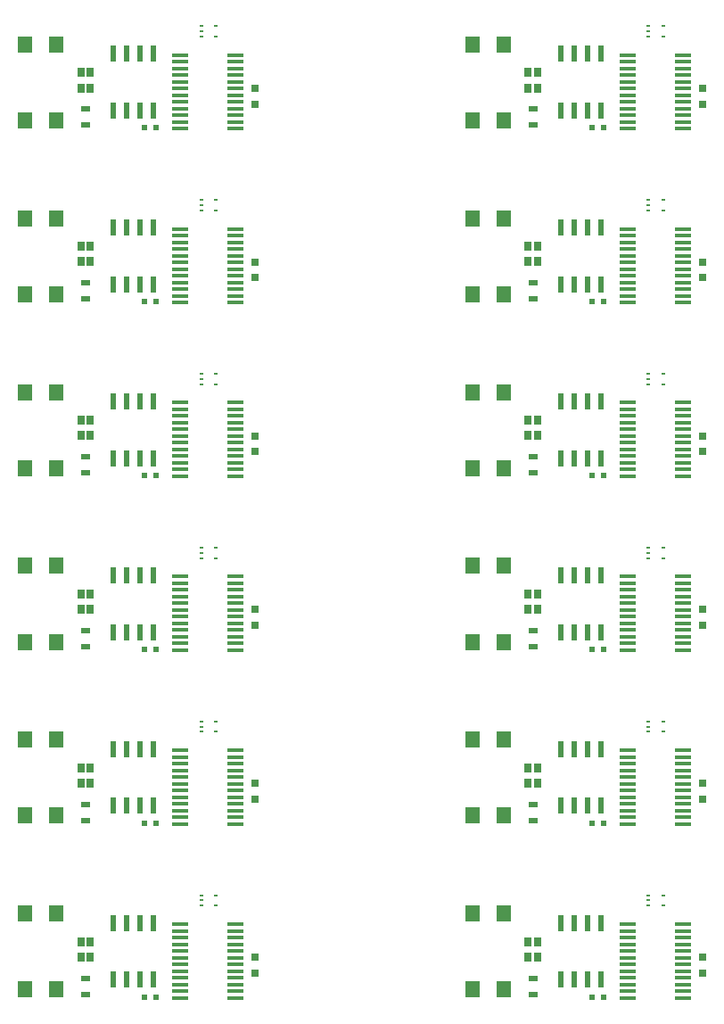
<source format=gtp>
%MOIN*%
%OFA0B0*%
%FSLAX46Y46*%
%IPPOS*%
%LPD*%
%ADD10C,0.0039370078740157488*%
%ADD11R,0.023385826771653545X0.019448818897637797*%
%ADD12R,0.029291338582677167X0.031259842519685041*%
%ADD13R,0.035196850393700789X0.019448818897637797*%
%ADD14R,0.017463779527559054X0.011563779527559055*%
%ADD15R,0.023385826771653545X0.060787401574803154*%
%ADD16R,0.058818897637795277X0.013543307086614173*%
%ADD17R,0.054881889763779529X0.062755905511811025*%
%ADD18R,0.025354330708661419X0.033228346456692912*%
%ADD29C,0.0039370078740157488*%
%ADD30R,0.023385826771653545X0.019448818897637797*%
%ADD31R,0.029291338582677167X0.031259842519685041*%
%ADD32R,0.035196850393700789X0.019448818897637797*%
%ADD33R,0.017463779527559054X0.011563779527559055*%
%ADD34R,0.023385826771653545X0.060787401574803154*%
%ADD35R,0.058818897637795277X0.013543307086614173*%
%ADD36R,0.054881889763779529X0.062755905511811025*%
%ADD37R,0.025354330708661419X0.033228346456692912*%
%ADD38C,0.0039370078740157488*%
%ADD39R,0.023385826771653545X0.019448818897637797*%
%ADD40R,0.029291338582677167X0.031259842519685041*%
%ADD41R,0.035196850393700789X0.019448818897637797*%
%ADD42R,0.017463779527559054X0.011563779527559055*%
%ADD43R,0.023385826771653545X0.060787401574803154*%
%ADD44R,0.058818897637795277X0.013543307086614173*%
%ADD45R,0.054881889763779529X0.062755905511811025*%
%ADD46R,0.025354330708661419X0.033228346456692912*%
%ADD47C,0.0039370078740157488*%
%ADD48R,0.023385826771653545X0.019448818897637797*%
%ADD49R,0.029291338582677167X0.031259842519685041*%
%ADD50R,0.035196850393700789X0.019448818897637797*%
%ADD51R,0.017463779527559054X0.011563779527559055*%
%ADD52R,0.023385826771653545X0.060787401574803154*%
%ADD53R,0.058818897637795277X0.013543307086614173*%
%ADD54R,0.054881889763779529X0.062755905511811025*%
%ADD55R,0.025354330708661419X0.033228346456692912*%
%ADD56C,0.0039370078740157488*%
%ADD57R,0.023385826771653545X0.019448818897637797*%
%ADD58R,0.029291338582677167X0.031259842519685041*%
%ADD59R,0.035196850393700789X0.019448818897637797*%
%ADD60R,0.017463779527559054X0.011563779527559055*%
%ADD61R,0.023385826771653545X0.060787401574803154*%
%ADD62R,0.058818897637795277X0.013543307086614173*%
%ADD63R,0.054881889763779529X0.062755905511811025*%
%ADD64R,0.025354330708661419X0.033228346456692912*%
%ADD65C,0.0039370078740157488*%
%ADD66R,0.023385826771653545X0.019448818897637797*%
%ADD67R,0.029291338582677167X0.031259842519685041*%
%ADD68R,0.035196850393700789X0.019448818897637797*%
%ADD69R,0.017463779527559054X0.011563779527559055*%
%ADD70R,0.023385826771653545X0.060787401574803154*%
%ADD71R,0.058818897637795277X0.013543307086614173*%
%ADD72R,0.054881889763779529X0.062755905511811025*%
%ADD73R,0.025354330708661419X0.033228346456692912*%
%ADD74C,0.0039370078740157488*%
%ADD75R,0.023385826771653545X0.019448818897637797*%
%ADD76R,0.029291338582677167X0.031259842519685041*%
%ADD77R,0.035196850393700789X0.019448818897637797*%
%ADD78R,0.017463779527559054X0.011563779527559055*%
%ADD79R,0.023385826771653545X0.060787401574803154*%
%ADD80R,0.058818897637795277X0.013543307086614173*%
%ADD81R,0.054881889763779529X0.062755905511811025*%
%ADD82R,0.025354330708661419X0.033228346456692912*%
%ADD83C,0.0039370078740157488*%
%ADD84R,0.023385826771653545X0.019448818897637797*%
%ADD85R,0.029291338582677167X0.031259842519685041*%
%ADD86R,0.035196850393700789X0.019448818897637797*%
%ADD87R,0.017463779527559054X0.011563779527559055*%
%ADD88R,0.023385826771653545X0.060787401574803154*%
%ADD89R,0.058818897637795277X0.013543307086614173*%
%ADD90R,0.054881889763779529X0.062755905511811025*%
%ADD91R,0.025354330708661419X0.033228346456692912*%
%ADD92C,0.0039370078740157488*%
%ADD93R,0.023385826771653545X0.019448818897637797*%
%ADD94R,0.029291338582677167X0.031259842519685041*%
%ADD95R,0.035196850393700789X0.019448818897637797*%
%ADD96R,0.017463779527559054X0.011563779527559055*%
%ADD97R,0.023385826771653545X0.060787401574803154*%
%ADD98R,0.058818897637795277X0.013543307086614173*%
%ADD99R,0.054881889763779529X0.062755905511811025*%
%ADD100R,0.025354330708661419X0.033228346456692912*%
%ADD101C,0.0039370078740157488*%
%ADD102R,0.023385826771653545X0.019448818897637797*%
%ADD103R,0.029291338582677167X0.031259842519685041*%
%ADD104R,0.035196850393700789X0.019448818897637797*%
%ADD105R,0.017463779527559054X0.011563779527559055*%
%ADD106R,0.023385826771653545X0.060787401574803154*%
%ADD107R,0.058818897637795277X0.013543307086614173*%
%ADD108R,0.054881889763779529X0.062755905511811025*%
%ADD109R,0.025354330708661419X0.033228346456692912*%
%ADD110C,0.0039370078740157488*%
%ADD111R,0.023385826771653545X0.019448818897637797*%
%ADD112R,0.029291338582677167X0.031259842519685041*%
%ADD113R,0.035196850393700789X0.019448818897637797*%
%ADD114R,0.017463779527559054X0.011563779527559055*%
%ADD115R,0.023385826771653545X0.060787401574803154*%
%ADD116R,0.058818897637795277X0.013543307086614173*%
%ADD117R,0.054881889763779529X0.062755905511811025*%
%ADD118R,0.025354330708661419X0.033228346456692912*%
%ADD119C,0.0039370078740157488*%
%ADD120R,0.023385826771653545X0.019448818897637797*%
%ADD121R,0.029291338582677167X0.031259842519685041*%
%ADD122R,0.035196850393700789X0.019448818897637797*%
%ADD123R,0.017463779527559054X0.011563779527559055*%
%ADD124R,0.023385826771653545X0.060787401574803154*%
%ADD125R,0.058818897637795277X0.013543307086614173*%
%ADD126R,0.054881889763779529X0.062755905511811025*%
%ADD127R,0.025354330708661419X0.033228346456692912*%
G01G01*
D10*
D11*
X-0001387795Y0001712598D02*
X0000769685Y0000108267D03*
X0000726377Y0000108267D03*
D12*
X0001141732Y0000196850D03*
X0001141732Y0000255905D03*
D13*
X0000507873Y0000118110D03*
X0000507873Y0000177165D03*
D14*
X0000938935Y0000488203D03*
X0000938935Y0000448803D03*
X0000994135Y0000488203D03*
X0000938935Y0000468503D03*
X0000994135Y0000448803D03*
D15*
X0000762007Y0000384842D03*
X0000712007Y0000384842D03*
X0000662007Y0000384842D03*
X0000612007Y0000384842D03*
X0000612007Y0000172244D03*
X0000662007Y0000172244D03*
X0000712007Y0000172244D03*
X0000762007Y0000172244D03*
D16*
X0001066929Y0000104625D03*
X0001066929Y0000129625D03*
X0001066929Y0000154625D03*
X0001066929Y0000179625D03*
X0001066929Y0000204625D03*
X0001066929Y0000229625D03*
X0001066929Y0000254625D03*
X0001066929Y0000279625D03*
X0001066929Y0000304625D03*
X0001066929Y0000329625D03*
X0001066929Y0000354625D03*
X0001066929Y0000379625D03*
X0000862204Y0000379625D03*
X0000862204Y0000354625D03*
X0000862204Y0000329625D03*
X0000862204Y0000304625D03*
X0000862204Y0000279625D03*
X0000862204Y0000254625D03*
X0000862204Y0000229625D03*
X0000862204Y0000204625D03*
X0000862204Y0000179625D03*
X0000862204Y0000154625D03*
X0000862204Y0000129625D03*
X0000862204Y0000104625D03*
D17*
X0000279133Y0000135826D03*
X0000279133Y0000419291D03*
X0000397244Y0000419291D03*
X0000397244Y0000135826D03*
D18*
X0000488976Y0000313779D03*
X0000522440Y0000313779D03*
X0000522440Y0000256692D03*
X0000488976Y0000256692D03*
G04 next file*
G04 #@! TF.FileFunction,Paste,Top*
G04 Gerber Fmt 4.6, Leading zero omitted, Abs format (unit mm)*
G04 Created by KiCad (PCBNEW 4.0.6) date 2017 June 28, Wednesday 04:06:12*
G01G01*
G04 APERTURE LIST*
G04 APERTURE END LIST*
D29*
D30*
X0000285433Y0001712598D02*
X0002442913Y0000108267D03*
X0002399606Y0000108267D03*
D31*
X0002814960Y0000196850D03*
X0002814960Y0000255905D03*
D32*
X0002181102Y0000118110D03*
X0002181102Y0000177165D03*
D33*
X0002612163Y0000488203D03*
X0002612163Y0000448803D03*
X0002667363Y0000488203D03*
X0002612163Y0000468503D03*
X0002667363Y0000448803D03*
D34*
X0002435236Y0000384842D03*
X0002385236Y0000384842D03*
X0002335236Y0000384842D03*
X0002285236Y0000384842D03*
X0002285236Y0000172244D03*
X0002335236Y0000172244D03*
X0002385236Y0000172244D03*
X0002435236Y0000172244D03*
D35*
X0002740157Y0000104625D03*
X0002740157Y0000129625D03*
X0002740157Y0000154625D03*
X0002740157Y0000179625D03*
X0002740157Y0000204625D03*
X0002740157Y0000229625D03*
X0002740157Y0000254625D03*
X0002740157Y0000279625D03*
X0002740157Y0000304625D03*
X0002740157Y0000329625D03*
X0002740157Y0000354625D03*
X0002740157Y0000379625D03*
X0002535433Y0000379625D03*
X0002535433Y0000354625D03*
X0002535433Y0000329625D03*
X0002535433Y0000304625D03*
X0002535433Y0000279625D03*
X0002535433Y0000254625D03*
X0002535433Y0000229625D03*
X0002535433Y0000204625D03*
X0002535433Y0000179625D03*
X0002535433Y0000154625D03*
X0002535433Y0000129625D03*
X0002535433Y0000104625D03*
D36*
X0001952362Y0000135826D03*
X0001952362Y0000419291D03*
X0002070472Y0000419291D03*
X0002070472Y0000135826D03*
D37*
X0002162204Y0000313779D03*
X0002195669Y0000313779D03*
X0002195669Y0000256692D03*
X0002162204Y0000256692D03*
G04 next file*
G04 #@! TF.FileFunction,Paste,Top*
G04 Gerber Fmt 4.6, Leading zero omitted, Abs format (unit mm)*
G04 Created by KiCad (PCBNEW 4.0.6) date 2017 June 28, Wednesday 04:06:12*
G01G01*
G04 APERTURE LIST*
G04 APERTURE END LIST*
D38*
D39*
X-0001387795Y0002362204D02*
X0000769685Y0000757874D03*
X0000726377Y0000757874D03*
D40*
X0001141732Y0000846456D03*
X0001141732Y0000905511D03*
D41*
X0000507873Y0000767716D03*
X0000507873Y0000826771D03*
D42*
X0000938935Y0001137810D03*
X0000938935Y0001098410D03*
X0000994135Y0001137810D03*
X0000938935Y0001118110D03*
X0000994135Y0001098410D03*
D43*
X0000762007Y0001034448D03*
X0000712007Y0001034448D03*
X0000662007Y0001034448D03*
X0000612007Y0001034448D03*
X0000612007Y0000821850D03*
X0000662007Y0000821850D03*
X0000712007Y0000821850D03*
X0000762007Y0000821850D03*
D44*
X0001066929Y0000754232D03*
X0001066929Y0000779232D03*
X0001066929Y0000804232D03*
X0001066929Y0000829232D03*
X0001066929Y0000854232D03*
X0001066929Y0000879232D03*
X0001066929Y0000904232D03*
X0001066929Y0000929232D03*
X0001066929Y0000954232D03*
X0001066929Y0000979232D03*
X0001066929Y0001004232D03*
X0001066929Y0001029232D03*
X0000862204Y0001029232D03*
X0000862204Y0001004232D03*
X0000862204Y0000979232D03*
X0000862204Y0000954232D03*
X0000862204Y0000929232D03*
X0000862204Y0000904232D03*
X0000862204Y0000879232D03*
X0000862204Y0000854232D03*
X0000862204Y0000829232D03*
X0000862204Y0000804232D03*
X0000862204Y0000779232D03*
X0000862204Y0000754232D03*
D45*
X0000279133Y0000785433D03*
X0000279133Y0001068897D03*
X0000397244Y0001068897D03*
X0000397244Y0000785433D03*
D46*
X0000488976Y0000963385D03*
X0000522440Y0000963385D03*
X0000522440Y0000906299D03*
X0000488976Y0000906299D03*
G04 next file*
G04 #@! TF.FileFunction,Paste,Top*
G04 Gerber Fmt 4.6, Leading zero omitted, Abs format (unit mm)*
G04 Created by KiCad (PCBNEW 4.0.6) date 2017 June 28, Wednesday 04:06:12*
G01G01*
G04 APERTURE LIST*
G04 APERTURE END LIST*
D47*
D48*
X0000285433Y0002362204D02*
X0002442913Y0000757874D03*
X0002399606Y0000757874D03*
D49*
X0002814960Y0000846456D03*
X0002814960Y0000905511D03*
D50*
X0002181102Y0000767716D03*
X0002181102Y0000826771D03*
D51*
X0002612163Y0001137810D03*
X0002612163Y0001098410D03*
X0002667363Y0001137810D03*
X0002612163Y0001118110D03*
X0002667363Y0001098410D03*
D52*
X0002435236Y0001034448D03*
X0002385236Y0001034448D03*
X0002335236Y0001034448D03*
X0002285236Y0001034448D03*
X0002285236Y0000821850D03*
X0002335236Y0000821850D03*
X0002385236Y0000821850D03*
X0002435236Y0000821850D03*
D53*
X0002740157Y0000754232D03*
X0002740157Y0000779232D03*
X0002740157Y0000804232D03*
X0002740157Y0000829232D03*
X0002740157Y0000854232D03*
X0002740157Y0000879232D03*
X0002740157Y0000904232D03*
X0002740157Y0000929232D03*
X0002740157Y0000954232D03*
X0002740157Y0000979232D03*
X0002740157Y0001004232D03*
X0002740157Y0001029232D03*
X0002535433Y0001029232D03*
X0002535433Y0001004232D03*
X0002535433Y0000979232D03*
X0002535433Y0000954232D03*
X0002535433Y0000929232D03*
X0002535433Y0000904232D03*
X0002535433Y0000879232D03*
X0002535433Y0000854232D03*
X0002535433Y0000829232D03*
X0002535433Y0000804232D03*
X0002535433Y0000779232D03*
X0002535433Y0000754232D03*
D54*
X0001952362Y0000785433D03*
X0001952362Y0001068897D03*
X0002070472Y0001068897D03*
X0002070472Y0000785433D03*
D55*
X0002162204Y0000963385D03*
X0002195669Y0000963385D03*
X0002195669Y0000906299D03*
X0002162204Y0000906299D03*
G04 next file*
G04 #@! TF.FileFunction,Paste,Top*
G04 Gerber Fmt 4.6, Leading zero omitted, Abs format (unit mm)*
G04 Created by KiCad (PCBNEW 4.0.6) date 2017 June 28, Wednesday 04:06:12*
G01G01*
G04 APERTURE LIST*
G04 APERTURE END LIST*
D56*
D57*
X-0001387795Y0003011811D02*
X0000769685Y0001407480D03*
X0000726377Y0001407480D03*
D58*
X0001141732Y0001496062D03*
X0001141732Y0001555118D03*
D59*
X0000507873Y0001417322D03*
X0000507873Y0001476377D03*
D60*
X0000938935Y0001787416D03*
X0000938935Y0001748016D03*
X0000994135Y0001787416D03*
X0000938935Y0001767716D03*
X0000994135Y0001748016D03*
D61*
X0000762007Y0001684055D03*
X0000712007Y0001684055D03*
X0000662007Y0001684055D03*
X0000612007Y0001684055D03*
X0000612007Y0001471456D03*
X0000662007Y0001471456D03*
X0000712007Y0001471456D03*
X0000762007Y0001471456D03*
D62*
X0001066929Y0001403838D03*
X0001066929Y0001428838D03*
X0001066929Y0001453838D03*
X0001066929Y0001478838D03*
X0001066929Y0001503838D03*
X0001066929Y0001528838D03*
X0001066929Y0001553838D03*
X0001066929Y0001578838D03*
X0001066929Y0001603838D03*
X0001066929Y0001628838D03*
X0001066929Y0001653838D03*
X0001066929Y0001678838D03*
X0000862204Y0001678838D03*
X0000862204Y0001653838D03*
X0000862204Y0001628838D03*
X0000862204Y0001603838D03*
X0000862204Y0001578838D03*
X0000862204Y0001553838D03*
X0000862204Y0001528838D03*
X0000862204Y0001503838D03*
X0000862204Y0001478838D03*
X0000862204Y0001453838D03*
X0000862204Y0001428838D03*
X0000862204Y0001403838D03*
D63*
X0000279133Y0001435039D03*
X0000279133Y0001718503D03*
X0000397244Y0001718503D03*
X0000397244Y0001435039D03*
D64*
X0000488976Y0001612992D03*
X0000522440Y0001612992D03*
X0000522440Y0001555905D03*
X0000488976Y0001555905D03*
G04 next file*
G04 #@! TF.FileFunction,Paste,Top*
G04 Gerber Fmt 4.6, Leading zero omitted, Abs format (unit mm)*
G04 Created by KiCad (PCBNEW 4.0.6) date 2017 June 28, Wednesday 04:06:12*
G01G01*
G04 APERTURE LIST*
G04 APERTURE END LIST*
D65*
D66*
X-0001387795Y0003661417D02*
X0000769685Y0002057086D03*
X0000726377Y0002057086D03*
D67*
X0001141732Y0002145669D03*
X0001141732Y0002204724D03*
D68*
X0000507873Y0002066929D03*
X0000507873Y0002125984D03*
D69*
X0000938935Y0002437022D03*
X0000938935Y0002397622D03*
X0000994135Y0002437022D03*
X0000938935Y0002417322D03*
X0000994135Y0002397622D03*
D70*
X0000762007Y0002333661D03*
X0000712007Y0002333661D03*
X0000662007Y0002333661D03*
X0000612007Y0002333661D03*
X0000612007Y0002121062D03*
X0000662007Y0002121062D03*
X0000712007Y0002121062D03*
X0000762007Y0002121062D03*
D71*
X0001066929Y0002053444D03*
X0001066929Y0002078444D03*
X0001066929Y0002103444D03*
X0001066929Y0002128444D03*
X0001066929Y0002153444D03*
X0001066929Y0002178444D03*
X0001066929Y0002203444D03*
X0001066929Y0002228444D03*
X0001066929Y0002253444D03*
X0001066929Y0002278444D03*
X0001066929Y0002303444D03*
X0001066929Y0002328444D03*
X0000862204Y0002328444D03*
X0000862204Y0002303444D03*
X0000862204Y0002278444D03*
X0000862204Y0002253444D03*
X0000862204Y0002228444D03*
X0000862204Y0002203444D03*
X0000862204Y0002178444D03*
X0000862204Y0002153444D03*
X0000862204Y0002128444D03*
X0000862204Y0002103444D03*
X0000862204Y0002078444D03*
X0000862204Y0002053444D03*
D72*
X0000279133Y0002084645D03*
X0000279133Y0002368110D03*
X0000397244Y0002368110D03*
X0000397244Y0002084645D03*
D73*
X0000488976Y0002262598D03*
X0000522440Y0002262598D03*
X0000522440Y0002205511D03*
X0000488976Y0002205511D03*
G04 next file*
G04 #@! TF.FileFunction,Paste,Top*
G04 Gerber Fmt 4.6, Leading zero omitted, Abs format (unit mm)*
G04 Created by KiCad (PCBNEW 4.0.6) date 2017 June 28, Wednesday 04:06:12*
G01G01*
G04 APERTURE LIST*
G04 APERTURE END LIST*
D74*
D75*
X-0001387795Y0004311023D02*
X0000769685Y0002706692D03*
X0000726377Y0002706692D03*
D76*
X0001141732Y0002795275D03*
X0001141732Y0002854330D03*
D77*
X0000507873Y0002716535D03*
X0000507873Y0002775590D03*
D78*
X0000938935Y0003086629D03*
X0000938935Y0003047229D03*
X0000994135Y0003086629D03*
X0000938935Y0003066929D03*
X0000994135Y0003047229D03*
D79*
X0000762007Y0002983267D03*
X0000712007Y0002983267D03*
X0000662007Y0002983267D03*
X0000612007Y0002983267D03*
X0000612007Y0002770669D03*
X0000662007Y0002770669D03*
X0000712007Y0002770669D03*
X0000762007Y0002770669D03*
D80*
X0001066929Y0002703051D03*
X0001066929Y0002728051D03*
X0001066929Y0002753051D03*
X0001066929Y0002778051D03*
X0001066929Y0002803051D03*
X0001066929Y0002828051D03*
X0001066929Y0002853051D03*
X0001066929Y0002878051D03*
X0001066929Y0002903051D03*
X0001066929Y0002928051D03*
X0001066929Y0002953051D03*
X0001066929Y0002978051D03*
X0000862204Y0002978051D03*
X0000862204Y0002953051D03*
X0000862204Y0002928051D03*
X0000862204Y0002903051D03*
X0000862204Y0002878051D03*
X0000862204Y0002853051D03*
X0000862204Y0002828051D03*
X0000862204Y0002803051D03*
X0000862204Y0002778051D03*
X0000862204Y0002753051D03*
X0000862204Y0002728051D03*
X0000862204Y0002703051D03*
D81*
X0000279133Y0002734251D03*
X0000279133Y0003017716D03*
X0000397244Y0003017716D03*
X0000397244Y0002734251D03*
D82*
X0000488976Y0002912204D03*
X0000522440Y0002912204D03*
X0000522440Y0002855118D03*
X0000488976Y0002855118D03*
G04 next file*
G04 #@! TF.FileFunction,Paste,Top*
G04 Gerber Fmt 4.6, Leading zero omitted, Abs format (unit mm)*
G04 Created by KiCad (PCBNEW 4.0.6) date 2017 June 28, Wednesday 04:06:12*
G01G01*
G04 APERTURE LIST*
G04 APERTURE END LIST*
D83*
D84*
X-0001387795Y0004960629D02*
X0000769685Y0003356299D03*
X0000726377Y0003356299D03*
D85*
X0001141732Y0003444881D03*
X0001141732Y0003503937D03*
D86*
X0000507873Y0003366141D03*
X0000507873Y0003425196D03*
D87*
X0000938935Y0003736235D03*
X0000938935Y0003696835D03*
X0000994135Y0003736235D03*
X0000938935Y0003716535D03*
X0000994135Y0003696835D03*
D88*
X0000762007Y0003632874D03*
X0000712007Y0003632874D03*
X0000662007Y0003632874D03*
X0000612007Y0003632874D03*
X0000612007Y0003420275D03*
X0000662007Y0003420275D03*
X0000712007Y0003420275D03*
X0000762007Y0003420275D03*
D89*
X0001066929Y0003352657D03*
X0001066929Y0003377657D03*
X0001066929Y0003402657D03*
X0001066929Y0003427657D03*
X0001066929Y0003452657D03*
X0001066929Y0003477657D03*
X0001066929Y0003502657D03*
X0001066929Y0003527657D03*
X0001066929Y0003552657D03*
X0001066929Y0003577657D03*
X0001066929Y0003602657D03*
X0001066929Y0003627657D03*
X0000862204Y0003627657D03*
X0000862204Y0003602657D03*
X0000862204Y0003577657D03*
X0000862204Y0003552657D03*
X0000862204Y0003527657D03*
X0000862204Y0003502657D03*
X0000862204Y0003477657D03*
X0000862204Y0003452657D03*
X0000862204Y0003427657D03*
X0000862204Y0003402657D03*
X0000862204Y0003377657D03*
X0000862204Y0003352657D03*
D90*
X0000279133Y0003383858D03*
X0000279133Y0003667322D03*
X0000397244Y0003667322D03*
X0000397244Y0003383858D03*
D91*
X0000488976Y0003561811D03*
X0000522440Y0003561811D03*
X0000522440Y0003504724D03*
X0000488976Y0003504724D03*
G04 next file*
G04 #@! TF.FileFunction,Paste,Top*
G04 Gerber Fmt 4.6, Leading zero omitted, Abs format (unit mm)*
G04 Created by KiCad (PCBNEW 4.0.6) date 2017 June 28, Wednesday 04:06:12*
G01G01*
G04 APERTURE LIST*
G04 APERTURE END LIST*
D92*
D93*
X0000285433Y0003011811D02*
X0002442913Y0001407480D03*
X0002399606Y0001407480D03*
D94*
X0002814960Y0001496062D03*
X0002814960Y0001555118D03*
D95*
X0002181102Y0001417322D03*
X0002181102Y0001476377D03*
D96*
X0002612163Y0001787416D03*
X0002612163Y0001748016D03*
X0002667363Y0001787416D03*
X0002612163Y0001767716D03*
X0002667363Y0001748016D03*
D97*
X0002435236Y0001684055D03*
X0002385236Y0001684055D03*
X0002335236Y0001684055D03*
X0002285236Y0001684055D03*
X0002285236Y0001471456D03*
X0002335236Y0001471456D03*
X0002385236Y0001471456D03*
X0002435236Y0001471456D03*
D98*
X0002740157Y0001403838D03*
X0002740157Y0001428838D03*
X0002740157Y0001453838D03*
X0002740157Y0001478838D03*
X0002740157Y0001503838D03*
X0002740157Y0001528838D03*
X0002740157Y0001553838D03*
X0002740157Y0001578838D03*
X0002740157Y0001603838D03*
X0002740157Y0001628838D03*
X0002740157Y0001653838D03*
X0002740157Y0001678838D03*
X0002535433Y0001678838D03*
X0002535433Y0001653838D03*
X0002535433Y0001628838D03*
X0002535433Y0001603838D03*
X0002535433Y0001578838D03*
X0002535433Y0001553838D03*
X0002535433Y0001528838D03*
X0002535433Y0001503838D03*
X0002535433Y0001478838D03*
X0002535433Y0001453838D03*
X0002535433Y0001428838D03*
X0002535433Y0001403838D03*
D99*
X0001952362Y0001435039D03*
X0001952362Y0001718503D03*
X0002070472Y0001718503D03*
X0002070472Y0001435039D03*
D100*
X0002162204Y0001612992D03*
X0002195669Y0001612992D03*
X0002195669Y0001555905D03*
X0002162204Y0001555905D03*
G04 next file*
G04 #@! TF.FileFunction,Paste,Top*
G04 Gerber Fmt 4.6, Leading zero omitted, Abs format (unit mm)*
G04 Created by KiCad (PCBNEW 4.0.6) date 2017 June 28, Wednesday 04:06:12*
G01G01*
G04 APERTURE LIST*
G04 APERTURE END LIST*
D101*
D102*
X0000285433Y0003661417D02*
X0002442913Y0002057086D03*
X0002399606Y0002057086D03*
D103*
X0002814960Y0002145669D03*
X0002814960Y0002204724D03*
D104*
X0002181102Y0002066929D03*
X0002181102Y0002125984D03*
D105*
X0002612163Y0002437022D03*
X0002612163Y0002397622D03*
X0002667363Y0002437022D03*
X0002612163Y0002417322D03*
X0002667363Y0002397622D03*
D106*
X0002435236Y0002333661D03*
X0002385236Y0002333661D03*
X0002335236Y0002333661D03*
X0002285236Y0002333661D03*
X0002285236Y0002121062D03*
X0002335236Y0002121062D03*
X0002385236Y0002121062D03*
X0002435236Y0002121062D03*
D107*
X0002740157Y0002053444D03*
X0002740157Y0002078444D03*
X0002740157Y0002103444D03*
X0002740157Y0002128444D03*
X0002740157Y0002153444D03*
X0002740157Y0002178444D03*
X0002740157Y0002203444D03*
X0002740157Y0002228444D03*
X0002740157Y0002253444D03*
X0002740157Y0002278444D03*
X0002740157Y0002303444D03*
X0002740157Y0002328444D03*
X0002535433Y0002328444D03*
X0002535433Y0002303444D03*
X0002535433Y0002278444D03*
X0002535433Y0002253444D03*
X0002535433Y0002228444D03*
X0002535433Y0002203444D03*
X0002535433Y0002178444D03*
X0002535433Y0002153444D03*
X0002535433Y0002128444D03*
X0002535433Y0002103444D03*
X0002535433Y0002078444D03*
X0002535433Y0002053444D03*
D108*
X0001952362Y0002084645D03*
X0001952362Y0002368110D03*
X0002070472Y0002368110D03*
X0002070472Y0002084645D03*
D109*
X0002162204Y0002262598D03*
X0002195669Y0002262598D03*
X0002195669Y0002205511D03*
X0002162204Y0002205511D03*
G04 next file*
G04 #@! TF.FileFunction,Paste,Top*
G04 Gerber Fmt 4.6, Leading zero omitted, Abs format (unit mm)*
G04 Created by KiCad (PCBNEW 4.0.6) date 2017 June 28, Wednesday 04:06:12*
G01G01*
G04 APERTURE LIST*
G04 APERTURE END LIST*
D110*
D111*
X0000285433Y0004311023D02*
X0002442913Y0002706692D03*
X0002399606Y0002706692D03*
D112*
X0002814960Y0002795275D03*
X0002814960Y0002854330D03*
D113*
X0002181102Y0002716535D03*
X0002181102Y0002775590D03*
D114*
X0002612163Y0003086629D03*
X0002612163Y0003047229D03*
X0002667363Y0003086629D03*
X0002612163Y0003066929D03*
X0002667363Y0003047229D03*
D115*
X0002435236Y0002983267D03*
X0002385236Y0002983267D03*
X0002335236Y0002983267D03*
X0002285236Y0002983267D03*
X0002285236Y0002770669D03*
X0002335236Y0002770669D03*
X0002385236Y0002770669D03*
X0002435236Y0002770669D03*
D116*
X0002740157Y0002703051D03*
X0002740157Y0002728051D03*
X0002740157Y0002753051D03*
X0002740157Y0002778051D03*
X0002740157Y0002803051D03*
X0002740157Y0002828051D03*
X0002740157Y0002853051D03*
X0002740157Y0002878051D03*
X0002740157Y0002903051D03*
X0002740157Y0002928051D03*
X0002740157Y0002953051D03*
X0002740157Y0002978051D03*
X0002535433Y0002978051D03*
X0002535433Y0002953051D03*
X0002535433Y0002928051D03*
X0002535433Y0002903051D03*
X0002535433Y0002878051D03*
X0002535433Y0002853051D03*
X0002535433Y0002828051D03*
X0002535433Y0002803051D03*
X0002535433Y0002778051D03*
X0002535433Y0002753051D03*
X0002535433Y0002728051D03*
X0002535433Y0002703051D03*
D117*
X0001952362Y0002734251D03*
X0001952362Y0003017716D03*
X0002070472Y0003017716D03*
X0002070472Y0002734251D03*
D118*
X0002162204Y0002912204D03*
X0002195669Y0002912204D03*
X0002195669Y0002855118D03*
X0002162204Y0002855118D03*
G04 next file*
G04 #@! TF.FileFunction,Paste,Top*
G04 Gerber Fmt 4.6, Leading zero omitted, Abs format (unit mm)*
G04 Created by KiCad (PCBNEW 4.0.6) date 2017 June 28, Wednesday 04:06:12*
G01G01*
G04 APERTURE LIST*
G04 APERTURE END LIST*
D119*
D120*
X0000285433Y0004960629D02*
X0002442913Y0003356299D03*
X0002399606Y0003356299D03*
D121*
X0002814960Y0003444881D03*
X0002814960Y0003503937D03*
D122*
X0002181102Y0003366141D03*
X0002181102Y0003425196D03*
D123*
X0002612163Y0003736235D03*
X0002612163Y0003696835D03*
X0002667363Y0003736235D03*
X0002612163Y0003716535D03*
X0002667363Y0003696835D03*
D124*
X0002435236Y0003632874D03*
X0002385236Y0003632874D03*
X0002335236Y0003632874D03*
X0002285236Y0003632874D03*
X0002285236Y0003420275D03*
X0002335236Y0003420275D03*
X0002385236Y0003420275D03*
X0002435236Y0003420275D03*
D125*
X0002740157Y0003352657D03*
X0002740157Y0003377657D03*
X0002740157Y0003402657D03*
X0002740157Y0003427657D03*
X0002740157Y0003452657D03*
X0002740157Y0003477657D03*
X0002740157Y0003502657D03*
X0002740157Y0003527657D03*
X0002740157Y0003552657D03*
X0002740157Y0003577657D03*
X0002740157Y0003602657D03*
X0002740157Y0003627657D03*
X0002535433Y0003627657D03*
X0002535433Y0003602657D03*
X0002535433Y0003577657D03*
X0002535433Y0003552657D03*
X0002535433Y0003527657D03*
X0002535433Y0003502657D03*
X0002535433Y0003477657D03*
X0002535433Y0003452657D03*
X0002535433Y0003427657D03*
X0002535433Y0003402657D03*
X0002535433Y0003377657D03*
X0002535433Y0003352657D03*
D126*
X0001952362Y0003383858D03*
X0001952362Y0003667322D03*
X0002070472Y0003667322D03*
X0002070472Y0003383858D03*
D127*
X0002162204Y0003561811D03*
X0002195669Y0003561811D03*
X0002195669Y0003504724D03*
X0002162204Y0003504724D03*
M02*
</source>
